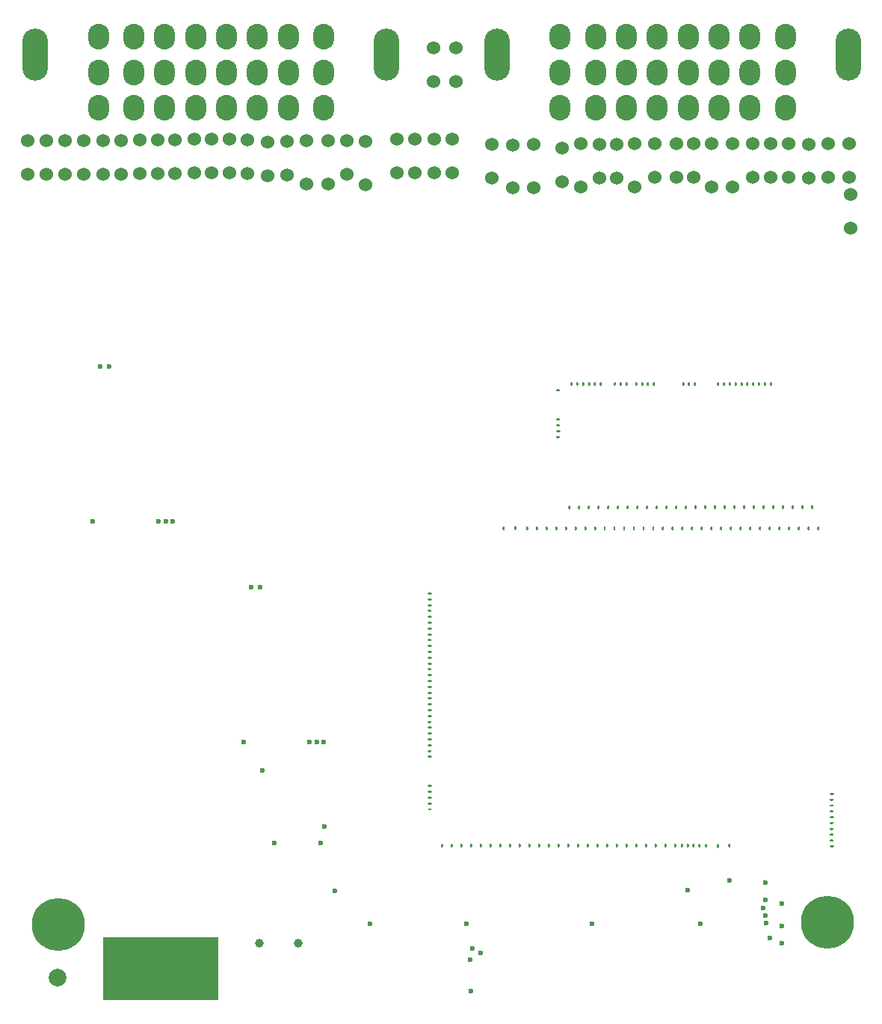
<source format=gbs>
G04 #@! TF.GenerationSoftware,KiCad,Pcbnew,(6.0.1)*
G04 #@! TF.CreationDate,2022-06-10T16:27:29+03:00*
G04 #@! TF.ProjectId,alphax_4ch,616c7068-6178-45f3-9463-682e6b696361,a*
G04 #@! TF.SameCoordinates,PX141f5e0PYa2cace0*
G04 #@! TF.FileFunction,Soldermask,Bot*
G04 #@! TF.FilePolarity,Negative*
%FSLAX46Y46*%
G04 Gerber Fmt 4.6, Leading zero omitted, Abs format (unit mm)*
G04 Created by KiCad (PCBNEW (6.0.1)) date 2022-06-10 16:27:29*
%MOMM*%
%LPD*%
G01*
G04 APERTURE LIST*
%ADD10C,0.120000*%
%ADD11C,0.599999*%
%ADD12C,1.524000*%
%ADD13C,6.000000*%
%ADD14O,2.900000X5.900000*%
%ADD15O,2.400000X2.900000*%
%ADD16C,1.000000*%
%ADD17C,2.000000*%
G04 APERTURE END LIST*
D10*
G04 #@! TO.C,U4*
X9850000Y200000D02*
X9850000Y7200000D01*
X9850000Y7200000D02*
X22850000Y7200000D01*
X22850000Y7200000D02*
X22850000Y200000D01*
X22850000Y200000D02*
X9850000Y200000D01*
G36*
X22850000Y200000D02*
G01*
X9850000Y200000D01*
X9850000Y7200000D01*
X22850000Y7200000D01*
X22850000Y200000D01*
G37*
X22850000Y200000D02*
X9850000Y200000D01*
X9850000Y7200000D01*
X22850000Y7200000D01*
X22850000Y200000D01*
G04 #@! TD*
D11*
G04 #@! TO.C,M4*
X84894889Y11474986D03*
X86729899Y11049978D03*
X84679891Y10499981D03*
X84894886Y9625022D03*
X84969893Y8774999D03*
X86729899Y8449983D03*
X85419899Y7150016D03*
X86729899Y6499999D03*
X80804884Y13675002D03*
X84879890Y13375000D03*
G04 #@! TD*
D12*
G04 #@! TO.C,R8*
X76750000Y93245000D03*
X76750000Y97055000D03*
G04 #@! TD*
D13*
G04 #@! TO.C,J8*
X4803000Y8619000D03*
G04 #@! TD*
D12*
G04 #@! TO.C,R59*
X45200000Y97505000D03*
X45200000Y93695000D03*
G04 #@! TD*
G04 #@! TO.C,R9*
X74800000Y93245000D03*
X74800000Y97055000D03*
G04 #@! TD*
G04 #@! TO.C,R68*
X24200000Y93695000D03*
X24200000Y97505000D03*
G04 #@! TD*
G04 #@! TO.C,F4*
X63950000Y97000000D03*
X63950000Y92100000D03*
G04 #@! TD*
G04 #@! TO.C,R91*
X94580000Y87485000D03*
X94580000Y91295000D03*
G04 #@! TD*
G04 #@! TO.C,M5*
G36*
G01*
X61299998Y63946477D02*
X61549998Y63946477D01*
G75*
G02*
X61674998Y63821477I0J-125000D01*
G01*
X61674998Y63821477D01*
G75*
G02*
X61549998Y63696477I-125000J0D01*
G01*
X61299998Y63696477D01*
G75*
G02*
X61174998Y63821477I0J125000D01*
G01*
X61174998Y63821477D01*
G75*
G02*
X61299998Y63946477I125000J0D01*
G01*
G37*
G36*
G01*
X61299998Y64606478D02*
X61549998Y64606478D01*
G75*
G02*
X61674998Y64481478I0J-125000D01*
G01*
X61674998Y64481478D01*
G75*
G02*
X61549998Y64356478I-125000J0D01*
G01*
X61299998Y64356478D01*
G75*
G02*
X61174998Y64481478I0J125000D01*
G01*
X61174998Y64481478D01*
G75*
G02*
X61299998Y64606478I125000J0D01*
G01*
G37*
G36*
G01*
X61299998Y65266479D02*
X61549998Y65266479D01*
G75*
G02*
X61674998Y65141479I0J-125000D01*
G01*
X61674998Y65141479D01*
G75*
G02*
X61549998Y65016479I-125000J0D01*
G01*
X61299998Y65016479D01*
G75*
G02*
X61174998Y65141479I0J125000D01*
G01*
X61174998Y65141479D01*
G75*
G02*
X61299998Y65266479I125000J0D01*
G01*
G37*
G36*
G01*
X61299998Y65926480D02*
X61549998Y65926480D01*
G75*
G02*
X61674998Y65801480I0J-125000D01*
G01*
X61674998Y65801480D01*
G75*
G02*
X61549998Y65676480I-125000J0D01*
G01*
X61299998Y65676480D01*
G75*
G02*
X61174998Y65801480I0J125000D01*
G01*
X61174998Y65801480D01*
G75*
G02*
X61299998Y65926480I125000J0D01*
G01*
G37*
G36*
G01*
X61299998Y69226487D02*
X61549998Y69226487D01*
G75*
G02*
X61674998Y69101487I0J-125000D01*
G01*
X61674998Y69101487D01*
G75*
G02*
X61549998Y68976487I-125000J0D01*
G01*
X61299998Y68976487D01*
G75*
G02*
X61174998Y69101487I0J125000D01*
G01*
X61174998Y69101487D01*
G75*
G02*
X61299998Y69226487I125000J0D01*
G01*
G37*
G36*
G01*
X90070000Y55727684D02*
X90070000Y55977684D01*
G75*
G02*
X90195000Y56102684I125000J0D01*
G01*
X90195000Y56102684D01*
G75*
G02*
X90320000Y55977684I0J-125000D01*
G01*
X90320000Y55727684D01*
G75*
G02*
X90195000Y55602684I-125000J0D01*
G01*
X90195000Y55602684D01*
G75*
G02*
X90070000Y55727684I0J125000D01*
G01*
G37*
G36*
G01*
X89219996Y55977684D02*
X89219996Y55727684D01*
G75*
G02*
X89094996Y55602684I-125000J0D01*
G01*
X89094996Y55602684D01*
G75*
G02*
X88969996Y55727684I0J125000D01*
G01*
X88969996Y55977684D01*
G75*
G02*
X89094996Y56102684I125000J0D01*
G01*
X89094996Y56102684D01*
G75*
G02*
X89219996Y55977684I0J-125000D01*
G01*
G37*
G36*
G01*
X88119995Y55977684D02*
X88119995Y55727684D01*
G75*
G02*
X87994995Y55602684I-125000J0D01*
G01*
X87994995Y55602684D01*
G75*
G02*
X87869995Y55727684I0J125000D01*
G01*
X87869995Y55977684D01*
G75*
G02*
X87994995Y56102684I125000J0D01*
G01*
X87994995Y56102684D01*
G75*
G02*
X88119995Y55977684I0J-125000D01*
G01*
G37*
G36*
G01*
X87019998Y55977684D02*
X87019998Y55727684D01*
G75*
G02*
X86894998Y55602684I-125000J0D01*
G01*
X86894998Y55602684D01*
G75*
G02*
X86769998Y55727684I0J125000D01*
G01*
X86769998Y55977684D01*
G75*
G02*
X86894998Y56102684I125000J0D01*
G01*
X86894998Y56102684D01*
G75*
G02*
X87019998Y55977684I0J-125000D01*
G01*
G37*
G36*
G01*
X85920000Y55977684D02*
X85920000Y55727684D01*
G75*
G02*
X85795000Y55602684I-125000J0D01*
G01*
X85795000Y55602684D01*
G75*
G02*
X85670000Y55727684I0J125000D01*
G01*
X85670000Y55977684D01*
G75*
G02*
X85795000Y56102684I125000J0D01*
G01*
X85795000Y56102684D01*
G75*
G02*
X85920000Y55977684I0J-125000D01*
G01*
G37*
G36*
G01*
X84820002Y55977684D02*
X84820002Y55727684D01*
G75*
G02*
X84695002Y55602684I-125000J0D01*
G01*
X84695002Y55602684D01*
G75*
G02*
X84570002Y55727684I0J125000D01*
G01*
X84570002Y55977684D01*
G75*
G02*
X84695002Y56102684I125000J0D01*
G01*
X84695002Y56102684D01*
G75*
G02*
X84820002Y55977684I0J-125000D01*
G01*
G37*
G36*
G01*
X83720004Y55977684D02*
X83720004Y55727684D01*
G75*
G02*
X83595004Y55602684I-125000J0D01*
G01*
X83595004Y55602684D01*
G75*
G02*
X83470004Y55727684I0J125000D01*
G01*
X83470004Y55977684D01*
G75*
G02*
X83595004Y56102684I125000J0D01*
G01*
X83595004Y56102684D01*
G75*
G02*
X83720004Y55977684I0J-125000D01*
G01*
G37*
G36*
G01*
X82620006Y55977684D02*
X82620006Y55727684D01*
G75*
G02*
X82495006Y55602684I-125000J0D01*
G01*
X82495006Y55602684D01*
G75*
G02*
X82370006Y55727684I0J125000D01*
G01*
X82370006Y55977684D01*
G75*
G02*
X82495006Y56102684I125000J0D01*
G01*
X82495006Y56102684D01*
G75*
G02*
X82620006Y55977684I0J-125000D01*
G01*
G37*
G36*
G01*
X81520009Y55977684D02*
X81520009Y55727684D01*
G75*
G02*
X81395009Y55602684I-125000J0D01*
G01*
X81395009Y55602684D01*
G75*
G02*
X81270009Y55727684I0J125000D01*
G01*
X81270009Y55977684D01*
G75*
G02*
X81395009Y56102684I125000J0D01*
G01*
X81395009Y56102684D01*
G75*
G02*
X81520009Y55977684I0J-125000D01*
G01*
G37*
G36*
G01*
X80420011Y55977684D02*
X80420011Y55727684D01*
G75*
G02*
X80295011Y55602684I-125000J0D01*
G01*
X80295011Y55602684D01*
G75*
G02*
X80170011Y55727684I0J125000D01*
G01*
X80170011Y55977684D01*
G75*
G02*
X80295011Y56102684I125000J0D01*
G01*
X80295011Y56102684D01*
G75*
G02*
X80420011Y55977684I0J-125000D01*
G01*
G37*
G36*
G01*
X79320013Y55977684D02*
X79320013Y55727684D01*
G75*
G02*
X79195013Y55602684I-125000J0D01*
G01*
X79195013Y55602684D01*
G75*
G02*
X79070013Y55727684I0J125000D01*
G01*
X79070013Y55977684D01*
G75*
G02*
X79195013Y56102684I125000J0D01*
G01*
X79195013Y56102684D01*
G75*
G02*
X79320013Y55977684I0J-125000D01*
G01*
G37*
G36*
G01*
X78220015Y55977684D02*
X78220015Y55727684D01*
G75*
G02*
X78095015Y55602684I-125000J0D01*
G01*
X78095015Y55602684D01*
G75*
G02*
X77970015Y55727684I0J125000D01*
G01*
X77970015Y55977684D01*
G75*
G02*
X78095015Y56102684I125000J0D01*
G01*
X78095015Y56102684D01*
G75*
G02*
X78220015Y55977684I0J-125000D01*
G01*
G37*
G36*
G01*
X77120017Y55977684D02*
X77120017Y55727684D01*
G75*
G02*
X76995017Y55602684I-125000J0D01*
G01*
X76995017Y55602684D01*
G75*
G02*
X76870017Y55727684I0J125000D01*
G01*
X76870017Y55977684D01*
G75*
G02*
X76995017Y56102684I125000J0D01*
G01*
X76995017Y56102684D01*
G75*
G02*
X77120017Y55977684I0J-125000D01*
G01*
G37*
G36*
G01*
X76020020Y55977684D02*
X76020020Y55727684D01*
G75*
G02*
X75895020Y55602684I-125000J0D01*
G01*
X75895020Y55602684D01*
G75*
G02*
X75770020Y55727684I0J125000D01*
G01*
X75770020Y55977684D01*
G75*
G02*
X75895020Y56102684I125000J0D01*
G01*
X75895020Y56102684D01*
G75*
G02*
X76020020Y55977684I0J-125000D01*
G01*
G37*
G36*
G01*
X74920022Y55977684D02*
X74920022Y55727684D01*
G75*
G02*
X74795022Y55602684I-125000J0D01*
G01*
X74795022Y55602684D01*
G75*
G02*
X74670022Y55727684I0J125000D01*
G01*
X74670022Y55977684D01*
G75*
G02*
X74795022Y56102684I125000J0D01*
G01*
X74795022Y56102684D01*
G75*
G02*
X74920022Y55977684I0J-125000D01*
G01*
G37*
G36*
G01*
X73820024Y55977684D02*
X73820024Y55727684D01*
G75*
G02*
X73695024Y55602684I-125000J0D01*
G01*
X73695024Y55602684D01*
G75*
G02*
X73570024Y55727684I0J125000D01*
G01*
X73570024Y55977684D01*
G75*
G02*
X73695024Y56102684I125000J0D01*
G01*
X73695024Y56102684D01*
G75*
G02*
X73820024Y55977684I0J-125000D01*
G01*
G37*
G36*
G01*
X72720026Y55977684D02*
X72720026Y55727684D01*
G75*
G02*
X72595026Y55602684I-125000J0D01*
G01*
X72595026Y55602684D01*
G75*
G02*
X72470026Y55727684I0J125000D01*
G01*
X72470026Y55977684D01*
G75*
G02*
X72595026Y56102684I125000J0D01*
G01*
X72595026Y56102684D01*
G75*
G02*
X72720026Y55977684I0J-125000D01*
G01*
G37*
G36*
G01*
X71620028Y55977684D02*
X71620028Y55727684D01*
G75*
G02*
X71495028Y55602684I-125000J0D01*
G01*
X71495028Y55602684D01*
G75*
G02*
X71370028Y55727684I0J125000D01*
G01*
X71370028Y55977684D01*
G75*
G02*
X71495028Y56102684I125000J0D01*
G01*
X71495028Y56102684D01*
G75*
G02*
X71620028Y55977684I0J-125000D01*
G01*
G37*
G36*
G01*
X70520031Y55977684D02*
X70520031Y55727684D01*
G75*
G02*
X70395031Y55602684I-125000J0D01*
G01*
X70395031Y55602684D01*
G75*
G02*
X70270031Y55727684I0J125000D01*
G01*
X70270031Y55977684D01*
G75*
G02*
X70395031Y56102684I125000J0D01*
G01*
X70395031Y56102684D01*
G75*
G02*
X70520031Y55977684I0J-125000D01*
G01*
G37*
G36*
G01*
X69420033Y55977684D02*
X69420033Y55727684D01*
G75*
G02*
X69295033Y55602684I-125000J0D01*
G01*
X69295033Y55602684D01*
G75*
G02*
X69170033Y55727684I0J125000D01*
G01*
X69170033Y55977684D01*
G75*
G02*
X69295033Y56102684I125000J0D01*
G01*
X69295033Y56102684D01*
G75*
G02*
X69420033Y55977684I0J-125000D01*
G01*
G37*
G36*
G01*
X68320035Y55977684D02*
X68320035Y55727684D01*
G75*
G02*
X68195035Y55602684I-125000J0D01*
G01*
X68195035Y55602684D01*
G75*
G02*
X68070035Y55727684I0J125000D01*
G01*
X68070035Y55977684D01*
G75*
G02*
X68195035Y56102684I125000J0D01*
G01*
X68195035Y56102684D01*
G75*
G02*
X68320035Y55977684I0J-125000D01*
G01*
G37*
G36*
G01*
X67220037Y55977684D02*
X67220037Y55727684D01*
G75*
G02*
X67095037Y55602684I-125000J0D01*
G01*
X67095037Y55602684D01*
G75*
G02*
X66970037Y55727684I0J125000D01*
G01*
X66970037Y55977684D01*
G75*
G02*
X67095037Y56102684I125000J0D01*
G01*
X67095037Y56102684D01*
G75*
G02*
X67220037Y55977684I0J-125000D01*
G01*
G37*
G36*
G01*
X66120039Y55977684D02*
X66120039Y55727684D01*
G75*
G02*
X65995039Y55602684I-125000J0D01*
G01*
X65995039Y55602684D01*
G75*
G02*
X65870039Y55727684I0J125000D01*
G01*
X65870039Y55977684D01*
G75*
G02*
X65995039Y56102684I125000J0D01*
G01*
X65995039Y56102684D01*
G75*
G02*
X66120039Y55977684I0J-125000D01*
G01*
G37*
G36*
G01*
X65020042Y55977684D02*
X65020042Y55727684D01*
G75*
G02*
X64895042Y55602684I-125000J0D01*
G01*
X64895042Y55602684D01*
G75*
G02*
X64770042Y55727684I0J125000D01*
G01*
X64770042Y55977684D01*
G75*
G02*
X64895042Y56102684I125000J0D01*
G01*
X64895042Y56102684D01*
G75*
G02*
X65020042Y55977684I0J-125000D01*
G01*
G37*
G36*
G01*
X63920044Y55977684D02*
X63920044Y55727684D01*
G75*
G02*
X63795044Y55602684I-125000J0D01*
G01*
X63795044Y55602684D01*
G75*
G02*
X63670044Y55727684I0J125000D01*
G01*
X63670044Y55977684D01*
G75*
G02*
X63795044Y56102684I125000J0D01*
G01*
X63795044Y56102684D01*
G75*
G02*
X63920044Y55977684I0J-125000D01*
G01*
G37*
G36*
G01*
X62820046Y55977684D02*
X62820046Y55727684D01*
G75*
G02*
X62695046Y55602684I-125000J0D01*
G01*
X62695046Y55602684D01*
G75*
G02*
X62570046Y55727684I0J125000D01*
G01*
X62570046Y55977684D01*
G75*
G02*
X62695046Y56102684I125000J0D01*
G01*
X62695046Y56102684D01*
G75*
G02*
X62820046Y55977684I0J-125000D01*
G01*
G37*
G36*
G01*
X63070990Y69939683D02*
X63070990Y69689683D01*
G75*
G02*
X62945990Y69564683I-125000J0D01*
G01*
X62945990Y69564683D01*
G75*
G02*
X62820990Y69689683I0J125000D01*
G01*
X62820990Y69939683D01*
G75*
G02*
X62945990Y70064683I125000J0D01*
G01*
X62945990Y70064683D01*
G75*
G02*
X63070990Y69939683I0J-125000D01*
G01*
G37*
G36*
G01*
X63730992Y69939683D02*
X63730992Y69689683D01*
G75*
G02*
X63605992Y69564683I-125000J0D01*
G01*
X63605992Y69564683D01*
G75*
G02*
X63480992Y69689683I0J125000D01*
G01*
X63480992Y69939683D01*
G75*
G02*
X63605992Y70064683I125000J0D01*
G01*
X63605992Y70064683D01*
G75*
G02*
X63730992Y69939683I0J-125000D01*
G01*
G37*
G36*
G01*
X64390993Y69939683D02*
X64390993Y69689683D01*
G75*
G02*
X64265993Y69564683I-125000J0D01*
G01*
X64265993Y69564683D01*
G75*
G02*
X64140993Y69689683I0J125000D01*
G01*
X64140993Y69939683D01*
G75*
G02*
X64265993Y70064683I125000J0D01*
G01*
X64265993Y70064683D01*
G75*
G02*
X64390993Y69939683I0J-125000D01*
G01*
G37*
G36*
G01*
X65050994Y69939683D02*
X65050994Y69689683D01*
G75*
G02*
X64925994Y69564683I-125000J0D01*
G01*
X64925994Y69564683D01*
G75*
G02*
X64800994Y69689683I0J125000D01*
G01*
X64800994Y69939683D01*
G75*
G02*
X64925994Y70064683I125000J0D01*
G01*
X64925994Y70064683D01*
G75*
G02*
X65050994Y69939683I0J-125000D01*
G01*
G37*
G36*
G01*
X65710995Y69939683D02*
X65710995Y69689683D01*
G75*
G02*
X65585995Y69564683I-125000J0D01*
G01*
X65585995Y69564683D01*
G75*
G02*
X65460995Y69689683I0J125000D01*
G01*
X65460995Y69939683D01*
G75*
G02*
X65585995Y70064683I125000J0D01*
G01*
X65585995Y70064683D01*
G75*
G02*
X65710995Y69939683I0J-125000D01*
G01*
G37*
G36*
G01*
X66370997Y69939683D02*
X66370997Y69689683D01*
G75*
G02*
X66245997Y69564683I-125000J0D01*
G01*
X66245997Y69564683D01*
G75*
G02*
X66120997Y69689683I0J125000D01*
G01*
X66120997Y69939683D01*
G75*
G02*
X66245997Y70064683I125000J0D01*
G01*
X66245997Y70064683D01*
G75*
G02*
X66370997Y69939683I0J-125000D01*
G01*
G37*
G36*
G01*
X67971994Y69939683D02*
X67971994Y69689683D01*
G75*
G02*
X67846994Y69564683I-125000J0D01*
G01*
X67846994Y69564683D01*
G75*
G02*
X67721994Y69689683I0J125000D01*
G01*
X67721994Y69939683D01*
G75*
G02*
X67846994Y70064683I125000J0D01*
G01*
X67846994Y70064683D01*
G75*
G02*
X67971994Y69939683I0J-125000D01*
G01*
G37*
G36*
G01*
X68631995Y69939683D02*
X68631995Y69689683D01*
G75*
G02*
X68506995Y69564683I-125000J0D01*
G01*
X68506995Y69564683D01*
G75*
G02*
X68381995Y69689683I0J125000D01*
G01*
X68381995Y69939683D01*
G75*
G02*
X68506995Y70064683I125000J0D01*
G01*
X68506995Y70064683D01*
G75*
G02*
X68631995Y69939683I0J-125000D01*
G01*
G37*
G36*
G01*
X69291997Y69939683D02*
X69291997Y69689683D01*
G75*
G02*
X69166997Y69564683I-125000J0D01*
G01*
X69166997Y69564683D01*
G75*
G02*
X69041997Y69689683I0J125000D01*
G01*
X69041997Y69939683D01*
G75*
G02*
X69166997Y70064683I125000J0D01*
G01*
X69166997Y70064683D01*
G75*
G02*
X69291997Y69939683I0J-125000D01*
G01*
G37*
G36*
G01*
X70412896Y69939683D02*
X70412896Y69689683D01*
G75*
G02*
X70287896Y69564683I-125000J0D01*
G01*
X70287896Y69564683D01*
G75*
G02*
X70162896Y69689683I0J125000D01*
G01*
X70162896Y69939683D01*
G75*
G02*
X70287896Y70064683I125000J0D01*
G01*
X70287896Y70064683D01*
G75*
G02*
X70412896Y69939683I0J-125000D01*
G01*
G37*
G36*
G01*
X71072897Y69939683D02*
X71072897Y69689683D01*
G75*
G02*
X70947897Y69564683I-125000J0D01*
G01*
X70947897Y69564683D01*
G75*
G02*
X70822897Y69689683I0J125000D01*
G01*
X70822897Y69939683D01*
G75*
G02*
X70947897Y70064683I125000J0D01*
G01*
X70947897Y70064683D01*
G75*
G02*
X71072897Y69939683I0J-125000D01*
G01*
G37*
G36*
G01*
X71732898Y69939683D02*
X71732898Y69689683D01*
G75*
G02*
X71607898Y69564683I-125000J0D01*
G01*
X71607898Y69564683D01*
G75*
G02*
X71482898Y69689683I0J125000D01*
G01*
X71482898Y69939683D01*
G75*
G02*
X71607898Y70064683I125000J0D01*
G01*
X71607898Y70064683D01*
G75*
G02*
X71732898Y69939683I0J-125000D01*
G01*
G37*
G36*
G01*
X72392900Y69939683D02*
X72392900Y69689683D01*
G75*
G02*
X72267900Y69564683I-125000J0D01*
G01*
X72267900Y69564683D01*
G75*
G02*
X72142900Y69689683I0J125000D01*
G01*
X72142900Y69939683D01*
G75*
G02*
X72267900Y70064683I125000J0D01*
G01*
X72267900Y70064683D01*
G75*
G02*
X72392900Y69939683I0J-125000D01*
G01*
G37*
G36*
G01*
X75718994Y69939683D02*
X75718994Y69689683D01*
G75*
G02*
X75593994Y69564683I-125000J0D01*
G01*
X75593994Y69564683D01*
G75*
G02*
X75468994Y69689683I0J125000D01*
G01*
X75468994Y69939683D01*
G75*
G02*
X75593994Y70064683I125000J0D01*
G01*
X75593994Y70064683D01*
G75*
G02*
X75718994Y69939683I0J-125000D01*
G01*
G37*
G36*
G01*
X76378995Y69939683D02*
X76378995Y69689683D01*
G75*
G02*
X76253995Y69564683I-125000J0D01*
G01*
X76253995Y69564683D01*
G75*
G02*
X76128995Y69689683I0J125000D01*
G01*
X76128995Y69939683D01*
G75*
G02*
X76253995Y70064683I125000J0D01*
G01*
X76253995Y70064683D01*
G75*
G02*
X76378995Y69939683I0J-125000D01*
G01*
G37*
G36*
G01*
X77038997Y69939683D02*
X77038997Y69689683D01*
G75*
G02*
X76913997Y69564683I-125000J0D01*
G01*
X76913997Y69564683D01*
G75*
G02*
X76788997Y69689683I0J125000D01*
G01*
X76788997Y69939683D01*
G75*
G02*
X76913997Y70064683I125000J0D01*
G01*
X76913997Y70064683D01*
G75*
G02*
X77038997Y69939683I0J-125000D01*
G01*
G37*
G36*
G01*
X79684988Y69939683D02*
X79684988Y69689683D01*
G75*
G02*
X79559988Y69564683I-125000J0D01*
G01*
X79559988Y69564683D01*
G75*
G02*
X79434988Y69689683I0J125000D01*
G01*
X79434988Y69939683D01*
G75*
G02*
X79559988Y70064683I125000J0D01*
G01*
X79559988Y70064683D01*
G75*
G02*
X79684988Y69939683I0J-125000D01*
G01*
G37*
G36*
G01*
X80344989Y69939683D02*
X80344989Y69689683D01*
G75*
G02*
X80219989Y69564683I-125000J0D01*
G01*
X80219989Y69564683D01*
G75*
G02*
X80094989Y69689683I0J125000D01*
G01*
X80094989Y69939683D01*
G75*
G02*
X80219989Y70064683I125000J0D01*
G01*
X80219989Y70064683D01*
G75*
G02*
X80344989Y69939683I0J-125000D01*
G01*
G37*
G36*
G01*
X81004991Y69939683D02*
X81004991Y69689683D01*
G75*
G02*
X80879991Y69564683I-125000J0D01*
G01*
X80879991Y69564683D01*
G75*
G02*
X80754991Y69689683I0J125000D01*
G01*
X80754991Y69939683D01*
G75*
G02*
X80879991Y70064683I125000J0D01*
G01*
X80879991Y70064683D01*
G75*
G02*
X81004991Y69939683I0J-125000D01*
G01*
G37*
G36*
G01*
X81664992Y69939683D02*
X81664992Y69689683D01*
G75*
G02*
X81539992Y69564683I-125000J0D01*
G01*
X81539992Y69564683D01*
G75*
G02*
X81414992Y69689683I0J125000D01*
G01*
X81414992Y69939683D01*
G75*
G02*
X81539992Y70064683I125000J0D01*
G01*
X81539992Y70064683D01*
G75*
G02*
X81664992Y69939683I0J-125000D01*
G01*
G37*
G36*
G01*
X82324993Y69939683D02*
X82324993Y69689683D01*
G75*
G02*
X82199993Y69564683I-125000J0D01*
G01*
X82199993Y69564683D01*
G75*
G02*
X82074993Y69689683I0J125000D01*
G01*
X82074993Y69939683D01*
G75*
G02*
X82199993Y70064683I125000J0D01*
G01*
X82199993Y70064683D01*
G75*
G02*
X82324993Y69939683I0J-125000D01*
G01*
G37*
G36*
G01*
X82984994Y69939683D02*
X82984994Y69689683D01*
G75*
G02*
X82859994Y69564683I-125000J0D01*
G01*
X82859994Y69564683D01*
G75*
G02*
X82734994Y69689683I0J125000D01*
G01*
X82734994Y69939683D01*
G75*
G02*
X82859994Y70064683I125000J0D01*
G01*
X82859994Y70064683D01*
G75*
G02*
X82984994Y69939683I0J-125000D01*
G01*
G37*
G36*
G01*
X83644996Y69939683D02*
X83644996Y69689683D01*
G75*
G02*
X83519996Y69564683I-125000J0D01*
G01*
X83519996Y69564683D01*
G75*
G02*
X83394996Y69689683I0J125000D01*
G01*
X83394996Y69939683D01*
G75*
G02*
X83519996Y70064683I125000J0D01*
G01*
X83519996Y70064683D01*
G75*
G02*
X83644996Y69939683I0J-125000D01*
G01*
G37*
G36*
G01*
X84304997Y69939683D02*
X84304997Y69689683D01*
G75*
G02*
X84179997Y69564683I-125000J0D01*
G01*
X84179997Y69564683D01*
G75*
G02*
X84054997Y69689683I0J125000D01*
G01*
X84054997Y69939683D01*
G75*
G02*
X84179997Y70064683I125000J0D01*
G01*
X84179997Y70064683D01*
G75*
G02*
X84304997Y69939683I0J-125000D01*
G01*
G37*
G36*
G01*
X84964998Y69939683D02*
X84964998Y69689683D01*
G75*
G02*
X84839998Y69564683I-125000J0D01*
G01*
X84839998Y69564683D01*
G75*
G02*
X84714998Y69689683I0J125000D01*
G01*
X84714998Y69939683D01*
G75*
G02*
X84839998Y70064683I125000J0D01*
G01*
X84839998Y70064683D01*
G75*
G02*
X84964998Y69939683I0J-125000D01*
G01*
G37*
G36*
G01*
X85625000Y69939683D02*
X85625000Y69689683D01*
G75*
G02*
X85500000Y69564683I-125000J0D01*
G01*
X85500000Y69564683D01*
G75*
G02*
X85375000Y69689683I0J125000D01*
G01*
X85375000Y69939683D01*
G75*
G02*
X85500000Y70064683I125000J0D01*
G01*
X85500000Y70064683D01*
G75*
G02*
X85625000Y69939683I0J-125000D01*
G01*
G37*
G04 #@! TD*
D14*
G04 #@! TO.C,P2*
X42000000Y107100000D03*
X2200000Y107100000D03*
D15*
X9350000Y101100000D03*
X13350000Y101100000D03*
X16850000Y101100000D03*
X20350000Y101100000D03*
X23850000Y101100000D03*
X27350000Y101100000D03*
X30850000Y101100000D03*
X34850000Y101100000D03*
X9350000Y105100000D03*
X13350000Y105100000D03*
X16850000Y105100000D03*
X20350000Y105100000D03*
X23850000Y105100000D03*
X27350000Y105100000D03*
X30850000Y105100000D03*
X34850000Y105100000D03*
X9350000Y109100000D03*
X13350000Y109100000D03*
X16850000Y109100000D03*
X20350000Y109100000D03*
X23850000Y109100000D03*
X27350000Y109100000D03*
X30850000Y109100000D03*
X34850000Y109100000D03*
G04 #@! TD*
D12*
G04 #@! TO.C,R11*
X47350000Y104095000D03*
X47350000Y107905000D03*
G04 #@! TD*
G04 #@! TO.C,R6*
X92050000Y93195000D03*
X92050000Y97005000D03*
G04 #@! TD*
G04 #@! TO.C,R60*
X43200000Y93695000D03*
X43200000Y97505000D03*
G04 #@! TD*
D16*
G04 #@! TO.C,J1*
X32000000Y6500000D03*
X27600000Y6500000D03*
G04 #@! TD*
D12*
G04 #@! TO.C,R66*
X3450000Y93561701D03*
X3450000Y97371701D03*
G04 #@! TD*
G04 #@! TO.C,R17*
X68050000Y93145000D03*
X68050000Y96955000D03*
G04 #@! TD*
G04 #@! TO.C,R63*
X22200000Y93695000D03*
X22200000Y97505000D03*
G04 #@! TD*
G04 #@! TO.C,R16*
X72350000Y93195000D03*
X72350000Y97005000D03*
G04 #@! TD*
G04 #@! TO.C,R70*
X11950000Y93595000D03*
X11950000Y97405000D03*
G04 #@! TD*
D11*
G04 #@! TO.C,M7*
X51750003Y5925001D03*
X52625005Y5400001D03*
X51450001Y4650003D03*
X51525004Y1100002D03*
G04 #@! TD*
G04 #@! TO.C,M1*
X27937888Y26083984D03*
X29262892Y17858984D03*
X34495386Y17876489D03*
X34987892Y19758985D03*
X36112878Y12408992D03*
G04 #@! TD*
G04 #@! TO.C,M3*
X25775000Y29300000D03*
X33275000Y29300000D03*
X34075000Y29300000D03*
X34875000Y29300000D03*
X27675000Y46825000D03*
X26675000Y46825000D03*
G04 #@! TD*
D12*
G04 #@! TO.C,R10*
X66100000Y93145000D03*
X66100000Y96955000D03*
G04 #@! TD*
G04 #@! TO.C,R62*
X28500000Y93395000D03*
X28500000Y97205000D03*
G04 #@! TD*
G04 #@! TO.C,R65*
X9850000Y93595000D03*
X9850000Y97405000D03*
G04 #@! TD*
G04 #@! TO.C,F7*
X32900000Y97399979D03*
X32900000Y92499979D03*
G04 #@! TD*
G04 #@! TO.C,R58*
X1347390Y93561701D03*
X1347390Y97371701D03*
G04 #@! TD*
G04 #@! TO.C,R56*
X14000000Y93645000D03*
X14000000Y97455000D03*
G04 #@! TD*
G04 #@! TO.C,R19*
X53950000Y93145000D03*
X53950000Y96955000D03*
G04 #@! TD*
G04 #@! TO.C,R67*
X26250000Y93645000D03*
X26250000Y97455000D03*
G04 #@! TD*
G04 #@! TO.C,F1*
X81196000Y96995000D03*
X81196000Y92095000D03*
G04 #@! TD*
G04 #@! TO.C,R14*
X89800000Y96955000D03*
X89800000Y93145000D03*
G04 #@! TD*
G04 #@! TO.C,R64*
X16050000Y93645000D03*
X16050000Y97455000D03*
G04 #@! TD*
G04 #@! TO.C,F3*
X70100000Y97000000D03*
X70100000Y92100000D03*
G04 #@! TD*
G04 #@! TO.C,R71*
X5600000Y93545000D03*
X5600000Y97355000D03*
G04 #@! TD*
G04 #@! TO.C,R61*
X30700000Y93445000D03*
X30700000Y97255000D03*
G04 #@! TD*
D13*
G04 #@! TO.C,J7*
X91948000Y8873000D03*
G04 #@! TD*
D12*
G04 #@! TO.C,R69*
X18050000Y93645000D03*
X18050000Y97455000D03*
G04 #@! TD*
G04 #@! TO.C,R55*
X20200000Y93695000D03*
X20200000Y97505000D03*
G04 #@! TD*
G04 #@! TO.C,F8*
X39600000Y97299979D03*
X39600000Y92399979D03*
G04 #@! TD*
G04 #@! TO.C,R54*
X37450000Y93595000D03*
X37450000Y97405000D03*
G04 #@! TD*
G04 #@! TO.C,R52*
X47400000Y93695000D03*
X47400000Y97505000D03*
G04 #@! TD*
G04 #@! TO.C,M6*
G36*
G01*
X46760503Y21803625D02*
X47010503Y21803625D01*
G75*
G02*
X47135503Y21678625I0J-125000D01*
G01*
X47135503Y21678625D01*
G75*
G02*
X47010503Y21553625I-125000J0D01*
G01*
X46760503Y21553625D01*
G75*
G02*
X46635503Y21678625I0J125000D01*
G01*
X46635503Y21678625D01*
G75*
G02*
X46760503Y21803625I125000J0D01*
G01*
G37*
G36*
G01*
X47010503Y22213623D02*
X46760503Y22213623D01*
G75*
G02*
X46635503Y22338623I0J125000D01*
G01*
X46635503Y22338623D01*
G75*
G02*
X46760503Y22463623I125000J0D01*
G01*
X47010503Y22463623D01*
G75*
G02*
X47135503Y22338623I0J-125000D01*
G01*
X47135503Y22338623D01*
G75*
G02*
X47010503Y22213623I-125000J0D01*
G01*
G37*
G36*
G01*
X47010503Y22873628D02*
X46760503Y22873628D01*
G75*
G02*
X46635503Y22998628I0J125000D01*
G01*
X46635503Y22998628D01*
G75*
G02*
X46760503Y23123628I125000J0D01*
G01*
X47010503Y23123628D01*
G75*
G02*
X47135503Y22998628I0J-125000D01*
G01*
X47135503Y22998628D01*
G75*
G02*
X47010503Y22873628I-125000J0D01*
G01*
G37*
G36*
G01*
X47010503Y23533623D02*
X46760503Y23533623D01*
G75*
G02*
X46635503Y23658623I0J125000D01*
G01*
X46635503Y23658623D01*
G75*
G02*
X46760503Y23783623I125000J0D01*
G01*
X47010503Y23783623D01*
G75*
G02*
X47135503Y23658623I0J-125000D01*
G01*
X47135503Y23658623D01*
G75*
G02*
X47010503Y23533623I-125000J0D01*
G01*
G37*
G36*
G01*
X47010503Y24193625D02*
X46760503Y24193625D01*
G75*
G02*
X46635503Y24318625I0J125000D01*
G01*
X46635503Y24318625D01*
G75*
G02*
X46760503Y24443625I125000J0D01*
G01*
X47010503Y24443625D01*
G75*
G02*
X47135503Y24318625I0J-125000D01*
G01*
X47135503Y24318625D01*
G75*
G02*
X47010503Y24193625I-125000J0D01*
G01*
G37*
G36*
G01*
X47010503Y27493626D02*
X46760503Y27493626D01*
G75*
G02*
X46635503Y27618626I0J125000D01*
G01*
X46635503Y27618626D01*
G75*
G02*
X46760503Y27743626I125000J0D01*
G01*
X47010503Y27743626D01*
G75*
G02*
X47135503Y27618626I0J-125000D01*
G01*
X47135503Y27618626D01*
G75*
G02*
X47010503Y27493626I-125000J0D01*
G01*
G37*
G36*
G01*
X47010503Y28153627D02*
X46760503Y28153627D01*
G75*
G02*
X46635503Y28278627I0J125000D01*
G01*
X46635503Y28278627D01*
G75*
G02*
X46760503Y28403627I125000J0D01*
G01*
X47010503Y28403627D01*
G75*
G02*
X47135503Y28278627I0J-125000D01*
G01*
X47135503Y28278627D01*
G75*
G02*
X47010503Y28153627I-125000J0D01*
G01*
G37*
G36*
G01*
X47010503Y28813629D02*
X46760503Y28813629D01*
G75*
G02*
X46635503Y28938629I0J125000D01*
G01*
X46635503Y28938629D01*
G75*
G02*
X46760503Y29063629I125000J0D01*
G01*
X47010503Y29063629D01*
G75*
G02*
X47135503Y28938629I0J-125000D01*
G01*
X47135503Y28938629D01*
G75*
G02*
X47010503Y28813629I-125000J0D01*
G01*
G37*
G36*
G01*
X47010503Y29473627D02*
X46760503Y29473627D01*
G75*
G02*
X46635503Y29598627I0J125000D01*
G01*
X46635503Y29598627D01*
G75*
G02*
X46760503Y29723627I125000J0D01*
G01*
X47010503Y29723627D01*
G75*
G02*
X47135503Y29598627I0J-125000D01*
G01*
X47135503Y29598627D01*
G75*
G02*
X47010503Y29473627I-125000J0D01*
G01*
G37*
G36*
G01*
X47010503Y30133629D02*
X46760503Y30133629D01*
G75*
G02*
X46635503Y30258629I0J125000D01*
G01*
X46635503Y30258629D01*
G75*
G02*
X46760503Y30383629I125000J0D01*
G01*
X47010503Y30383629D01*
G75*
G02*
X47135503Y30258629I0J-125000D01*
G01*
X47135503Y30258629D01*
G75*
G02*
X47010503Y30133629I-125000J0D01*
G01*
G37*
G36*
G01*
X47010503Y30793627D02*
X46760503Y30793627D01*
G75*
G02*
X46635503Y30918627I0J125000D01*
G01*
X46635503Y30918627D01*
G75*
G02*
X46760503Y31043627I125000J0D01*
G01*
X47010503Y31043627D01*
G75*
G02*
X47135503Y30918627I0J-125000D01*
G01*
X47135503Y30918627D01*
G75*
G02*
X47010503Y30793627I-125000J0D01*
G01*
G37*
G36*
G01*
X47010503Y31453628D02*
X46760503Y31453628D01*
G75*
G02*
X46635503Y31578628I0J125000D01*
G01*
X46635503Y31578628D01*
G75*
G02*
X46760503Y31703628I125000J0D01*
G01*
X47010503Y31703628D01*
G75*
G02*
X47135503Y31578628I0J-125000D01*
G01*
X47135503Y31578628D01*
G75*
G02*
X47010503Y31453628I-125000J0D01*
G01*
G37*
G36*
G01*
X47010503Y32113627D02*
X46760503Y32113627D01*
G75*
G02*
X46635503Y32238627I0J125000D01*
G01*
X46635503Y32238627D01*
G75*
G02*
X46760503Y32363627I125000J0D01*
G01*
X47010503Y32363627D01*
G75*
G02*
X47135503Y32238627I0J-125000D01*
G01*
X47135503Y32238627D01*
G75*
G02*
X47010503Y32113627I-125000J0D01*
G01*
G37*
G36*
G01*
X47010503Y32773628D02*
X46760503Y32773628D01*
G75*
G02*
X46635503Y32898628I0J125000D01*
G01*
X46635503Y32898628D01*
G75*
G02*
X46760503Y33023628I125000J0D01*
G01*
X47010503Y33023628D01*
G75*
G02*
X47135503Y32898628I0J-125000D01*
G01*
X47135503Y32898628D01*
G75*
G02*
X47010503Y32773628I-125000J0D01*
G01*
G37*
G36*
G01*
X47010503Y33433627D02*
X46760503Y33433627D01*
G75*
G02*
X46635503Y33558627I0J125000D01*
G01*
X46635503Y33558627D01*
G75*
G02*
X46760503Y33683627I125000J0D01*
G01*
X47010503Y33683627D01*
G75*
G02*
X47135503Y33558627I0J-125000D01*
G01*
X47135503Y33558627D01*
G75*
G02*
X47010503Y33433627I-125000J0D01*
G01*
G37*
G36*
G01*
X47010503Y34093628D02*
X46760503Y34093628D01*
G75*
G02*
X46635503Y34218628I0J125000D01*
G01*
X46635503Y34218628D01*
G75*
G02*
X46760503Y34343628I125000J0D01*
G01*
X47010503Y34343628D01*
G75*
G02*
X47135503Y34218628I0J-125000D01*
G01*
X47135503Y34218628D01*
G75*
G02*
X47010503Y34093628I-125000J0D01*
G01*
G37*
G36*
G01*
X47010503Y34753627D02*
X46760503Y34753627D01*
G75*
G02*
X46635503Y34878627I0J125000D01*
G01*
X46635503Y34878627D01*
G75*
G02*
X46760503Y35003627I125000J0D01*
G01*
X47010503Y35003627D01*
G75*
G02*
X47135503Y34878627I0J-125000D01*
G01*
X47135503Y34878627D01*
G75*
G02*
X47010503Y34753627I-125000J0D01*
G01*
G37*
G36*
G01*
X47010503Y35413628D02*
X46760503Y35413628D01*
G75*
G02*
X46635503Y35538628I0J125000D01*
G01*
X46635503Y35538628D01*
G75*
G02*
X46760503Y35663628I125000J0D01*
G01*
X47010503Y35663628D01*
G75*
G02*
X47135503Y35538628I0J-125000D01*
G01*
X47135503Y35538628D01*
G75*
G02*
X47010503Y35413628I-125000J0D01*
G01*
G37*
G36*
G01*
X47010503Y36073627D02*
X46760503Y36073627D01*
G75*
G02*
X46635503Y36198627I0J125000D01*
G01*
X46635503Y36198627D01*
G75*
G02*
X46760503Y36323627I125000J0D01*
G01*
X47010503Y36323627D01*
G75*
G02*
X47135503Y36198627I0J-125000D01*
G01*
X47135503Y36198627D01*
G75*
G02*
X47010503Y36073627I-125000J0D01*
G01*
G37*
G36*
G01*
X47010503Y36733628D02*
X46760503Y36733628D01*
G75*
G02*
X46635503Y36858628I0J125000D01*
G01*
X46635503Y36858628D01*
G75*
G02*
X46760503Y36983628I125000J0D01*
G01*
X47010503Y36983628D01*
G75*
G02*
X47135503Y36858628I0J-125000D01*
G01*
X47135503Y36858628D01*
G75*
G02*
X47010503Y36733628I-125000J0D01*
G01*
G37*
G36*
G01*
X47010503Y37393627D02*
X46760503Y37393627D01*
G75*
G02*
X46635503Y37518627I0J125000D01*
G01*
X46635503Y37518627D01*
G75*
G02*
X46760503Y37643627I125000J0D01*
G01*
X47010503Y37643627D01*
G75*
G02*
X47135503Y37518627I0J-125000D01*
G01*
X47135503Y37518627D01*
G75*
G02*
X47010503Y37393627I-125000J0D01*
G01*
G37*
G36*
G01*
X47010503Y38053628D02*
X46760503Y38053628D01*
G75*
G02*
X46635503Y38178628I0J125000D01*
G01*
X46635503Y38178628D01*
G75*
G02*
X46760503Y38303628I125000J0D01*
G01*
X47010503Y38303628D01*
G75*
G02*
X47135503Y38178628I0J-125000D01*
G01*
X47135503Y38178628D01*
G75*
G02*
X47010503Y38053628I-125000J0D01*
G01*
G37*
G36*
G01*
X47010503Y38713627D02*
X46760503Y38713627D01*
G75*
G02*
X46635503Y38838627I0J125000D01*
G01*
X46635503Y38838627D01*
G75*
G02*
X46760503Y38963627I125000J0D01*
G01*
X47010503Y38963627D01*
G75*
G02*
X47135503Y38838627I0J-125000D01*
G01*
X47135503Y38838627D01*
G75*
G02*
X47010503Y38713627I-125000J0D01*
G01*
G37*
G36*
G01*
X47010503Y39373628D02*
X46760503Y39373628D01*
G75*
G02*
X46635503Y39498628I0J125000D01*
G01*
X46635503Y39498628D01*
G75*
G02*
X46760503Y39623628I125000J0D01*
G01*
X47010503Y39623628D01*
G75*
G02*
X47135503Y39498628I0J-125000D01*
G01*
X47135503Y39498628D01*
G75*
G02*
X47010503Y39373628I-125000J0D01*
G01*
G37*
G36*
G01*
X47010503Y40033627D02*
X46760503Y40033627D01*
G75*
G02*
X46635503Y40158627I0J125000D01*
G01*
X46635503Y40158627D01*
G75*
G02*
X46760503Y40283627I125000J0D01*
G01*
X47010503Y40283627D01*
G75*
G02*
X47135503Y40158627I0J-125000D01*
G01*
X47135503Y40158627D01*
G75*
G02*
X47010503Y40033627I-125000J0D01*
G01*
G37*
G36*
G01*
X47010503Y40693628D02*
X46760503Y40693628D01*
G75*
G02*
X46635503Y40818628I0J125000D01*
G01*
X46635503Y40818628D01*
G75*
G02*
X46760503Y40943628I125000J0D01*
G01*
X47010503Y40943628D01*
G75*
G02*
X47135503Y40818628I0J-125000D01*
G01*
X47135503Y40818628D01*
G75*
G02*
X47010503Y40693628I-125000J0D01*
G01*
G37*
G36*
G01*
X47010503Y41353626D02*
X46760503Y41353626D01*
G75*
G02*
X46635503Y41478626I0J125000D01*
G01*
X46635503Y41478626D01*
G75*
G02*
X46760503Y41603626I125000J0D01*
G01*
X47010503Y41603626D01*
G75*
G02*
X47135503Y41478626I0J-125000D01*
G01*
X47135503Y41478626D01*
G75*
G02*
X47010503Y41353626I-125000J0D01*
G01*
G37*
G36*
G01*
X47010503Y42013628D02*
X46760503Y42013628D01*
G75*
G02*
X46635503Y42138628I0J125000D01*
G01*
X46635503Y42138628D01*
G75*
G02*
X46760503Y42263628I125000J0D01*
G01*
X47010503Y42263628D01*
G75*
G02*
X47135503Y42138628I0J-125000D01*
G01*
X47135503Y42138628D01*
G75*
G02*
X47010503Y42013628I-125000J0D01*
G01*
G37*
G36*
G01*
X47010503Y42673626D02*
X46760503Y42673626D01*
G75*
G02*
X46635503Y42798626I0J125000D01*
G01*
X46635503Y42798626D01*
G75*
G02*
X46760503Y42923626I125000J0D01*
G01*
X47010503Y42923626D01*
G75*
G02*
X47135503Y42798626I0J-125000D01*
G01*
X47135503Y42798626D01*
G75*
G02*
X47010503Y42673626I-125000J0D01*
G01*
G37*
G36*
G01*
X47010503Y43333628D02*
X46760503Y43333628D01*
G75*
G02*
X46635503Y43458628I0J125000D01*
G01*
X46635503Y43458628D01*
G75*
G02*
X46760503Y43583628I125000J0D01*
G01*
X47010503Y43583628D01*
G75*
G02*
X47135503Y43458628I0J-125000D01*
G01*
X47135503Y43458628D01*
G75*
G02*
X47010503Y43333628I-125000J0D01*
G01*
G37*
G36*
G01*
X47010503Y43993626D02*
X46760503Y43993626D01*
G75*
G02*
X46635503Y44118626I0J125000D01*
G01*
X46635503Y44118626D01*
G75*
G02*
X46760503Y44243626I125000J0D01*
G01*
X47010503Y44243626D01*
G75*
G02*
X47135503Y44118626I0J-125000D01*
G01*
X47135503Y44118626D01*
G75*
G02*
X47010503Y43993626I-125000J0D01*
G01*
G37*
G36*
G01*
X47010503Y44653627D02*
X46760503Y44653627D01*
G75*
G02*
X46635503Y44778627I0J125000D01*
G01*
X46635503Y44778627D01*
G75*
G02*
X46760503Y44903627I125000J0D01*
G01*
X47010503Y44903627D01*
G75*
G02*
X47135503Y44778627I0J-125000D01*
G01*
X47135503Y44778627D01*
G75*
G02*
X47010503Y44653627I-125000J0D01*
G01*
G37*
G36*
G01*
X47010503Y45313626D02*
X46760503Y45313626D01*
G75*
G02*
X46635503Y45438626I0J125000D01*
G01*
X46635503Y45438626D01*
G75*
G02*
X46760503Y45563626I125000J0D01*
G01*
X47010503Y45563626D01*
G75*
G02*
X47135503Y45438626I0J-125000D01*
G01*
X47135503Y45438626D01*
G75*
G02*
X47010503Y45313626I-125000J0D01*
G01*
G37*
G36*
G01*
X47010503Y45973627D02*
X46760503Y45973627D01*
G75*
G02*
X46635503Y46098627I0J125000D01*
G01*
X46635503Y46098627D01*
G75*
G02*
X46760503Y46223627I125000J0D01*
G01*
X47010503Y46223627D01*
G75*
G02*
X47135503Y46098627I0J-125000D01*
G01*
X47135503Y46098627D01*
G75*
G02*
X47010503Y45973627I-125000J0D01*
G01*
G37*
G36*
G01*
X80707501Y17426623D02*
X80707501Y17676623D01*
G75*
G02*
X80832501Y17801623I125000J0D01*
G01*
X80832501Y17801623D01*
G75*
G02*
X80957501Y17676623I0J-125000D01*
G01*
X80957501Y17426623D01*
G75*
G02*
X80832501Y17301623I-125000J0D01*
G01*
X80832501Y17301623D01*
G75*
G02*
X80707501Y17426623I0J125000D01*
G01*
G37*
G36*
G01*
X79637499Y17676623D02*
X79637499Y17426623D01*
G75*
G02*
X79512499Y17301623I-125000J0D01*
G01*
X79512499Y17301623D01*
G75*
G02*
X79387499Y17426623I0J125000D01*
G01*
X79387499Y17676623D01*
G75*
G02*
X79512499Y17801623I125000J0D01*
G01*
X79512499Y17801623D01*
G75*
G02*
X79637499Y17676623I0J-125000D01*
G01*
G37*
G36*
G01*
X78317496Y17676623D02*
X78317496Y17426623D01*
G75*
G02*
X78192496Y17301623I-125000J0D01*
G01*
X78192496Y17301623D01*
G75*
G02*
X78067496Y17426623I0J125000D01*
G01*
X78067496Y17676623D01*
G75*
G02*
X78192496Y17801623I125000J0D01*
G01*
X78192496Y17801623D01*
G75*
G02*
X78317496Y17676623I0J-125000D01*
G01*
G37*
G36*
G01*
X77557498Y17676623D02*
X77557498Y17426623D01*
G75*
G02*
X77432498Y17301623I-125000J0D01*
G01*
X77432498Y17301623D01*
G75*
G02*
X77307498Y17426623I0J125000D01*
G01*
X77307498Y17676623D01*
G75*
G02*
X77432498Y17801623I125000J0D01*
G01*
X77432498Y17801623D01*
G75*
G02*
X77557498Y17676623I0J-125000D01*
G01*
G37*
G36*
G01*
X76892495Y17676623D02*
X76892495Y17426623D01*
G75*
G02*
X76767495Y17301623I-125000J0D01*
G01*
X76767495Y17301623D01*
G75*
G02*
X76642495Y17426623I0J125000D01*
G01*
X76642495Y17676623D01*
G75*
G02*
X76767495Y17801623I125000J0D01*
G01*
X76767495Y17801623D01*
G75*
G02*
X76892495Y17676623I0J-125000D01*
G01*
G37*
G36*
G01*
X76227493Y17676623D02*
X76227493Y17426623D01*
G75*
G02*
X76102493Y17301623I-125000J0D01*
G01*
X76102493Y17301623D01*
G75*
G02*
X75977493Y17426623I0J125000D01*
G01*
X75977493Y17676623D01*
G75*
G02*
X76102493Y17801623I125000J0D01*
G01*
X76102493Y17801623D01*
G75*
G02*
X76227493Y17676623I0J-125000D01*
G01*
G37*
G36*
G01*
X75562503Y17676623D02*
X75562503Y17426623D01*
G75*
G02*
X75437503Y17301623I-125000J0D01*
G01*
X75437503Y17301623D01*
G75*
G02*
X75312503Y17426623I0J125000D01*
G01*
X75312503Y17676623D01*
G75*
G02*
X75437503Y17801623I125000J0D01*
G01*
X75437503Y17801623D01*
G75*
G02*
X75562503Y17676623I0J-125000D01*
G01*
G37*
G36*
G01*
X74787503Y17676623D02*
X74787503Y17426623D01*
G75*
G02*
X74662503Y17301623I-125000J0D01*
G01*
X74662503Y17301623D01*
G75*
G02*
X74537503Y17426623I0J125000D01*
G01*
X74537503Y17676623D01*
G75*
G02*
X74662503Y17801623I125000J0D01*
G01*
X74662503Y17801623D01*
G75*
G02*
X74787503Y17676623I0J-125000D01*
G01*
G37*
G36*
G01*
X73687505Y17676623D02*
X73687505Y17426623D01*
G75*
G02*
X73562505Y17301623I-125000J0D01*
G01*
X73562505Y17301623D01*
G75*
G02*
X73437505Y17426623I0J125000D01*
G01*
X73437505Y17676623D01*
G75*
G02*
X73562505Y17801623I125000J0D01*
G01*
X73562505Y17801623D01*
G75*
G02*
X73687505Y17676623I0J-125000D01*
G01*
G37*
G36*
G01*
X72587508Y17676623D02*
X72587508Y17426623D01*
G75*
G02*
X72462508Y17301623I-125000J0D01*
G01*
X72462508Y17301623D01*
G75*
G02*
X72337508Y17426623I0J125000D01*
G01*
X72337508Y17676623D01*
G75*
G02*
X72462508Y17801623I125000J0D01*
G01*
X72462508Y17801623D01*
G75*
G02*
X72587508Y17676623I0J-125000D01*
G01*
G37*
G36*
G01*
X71487510Y17676623D02*
X71487510Y17426623D01*
G75*
G02*
X71362510Y17301623I-125000J0D01*
G01*
X71362510Y17301623D01*
G75*
G02*
X71237510Y17426623I0J125000D01*
G01*
X71237510Y17676623D01*
G75*
G02*
X71362510Y17801623I125000J0D01*
G01*
X71362510Y17801623D01*
G75*
G02*
X71487510Y17676623I0J-125000D01*
G01*
G37*
G36*
G01*
X70387512Y17676623D02*
X70387512Y17426623D01*
G75*
G02*
X70262512Y17301623I-125000J0D01*
G01*
X70262512Y17301623D01*
G75*
G02*
X70137512Y17426623I0J125000D01*
G01*
X70137512Y17676623D01*
G75*
G02*
X70262512Y17801623I125000J0D01*
G01*
X70262512Y17801623D01*
G75*
G02*
X70387512Y17676623I0J-125000D01*
G01*
G37*
G36*
G01*
X69287514Y17676623D02*
X69287514Y17426623D01*
G75*
G02*
X69162514Y17301623I-125000J0D01*
G01*
X69162514Y17301623D01*
G75*
G02*
X69037514Y17426623I0J125000D01*
G01*
X69037514Y17676623D01*
G75*
G02*
X69162514Y17801623I125000J0D01*
G01*
X69162514Y17801623D01*
G75*
G02*
X69287514Y17676623I0J-125000D01*
G01*
G37*
G36*
G01*
X68187516Y17676623D02*
X68187516Y17426623D01*
G75*
G02*
X68062516Y17301623I-125000J0D01*
G01*
X68062516Y17301623D01*
G75*
G02*
X67937516Y17426623I0J125000D01*
G01*
X67937516Y17676623D01*
G75*
G02*
X68062516Y17801623I125000J0D01*
G01*
X68062516Y17801623D01*
G75*
G02*
X68187516Y17676623I0J-125000D01*
G01*
G37*
G36*
G01*
X67087519Y17676623D02*
X67087519Y17426623D01*
G75*
G02*
X66962519Y17301623I-125000J0D01*
G01*
X66962519Y17301623D01*
G75*
G02*
X66837519Y17426623I0J125000D01*
G01*
X66837519Y17676623D01*
G75*
G02*
X66962519Y17801623I125000J0D01*
G01*
X66962519Y17801623D01*
G75*
G02*
X67087519Y17676623I0J-125000D01*
G01*
G37*
G36*
G01*
X65987521Y17676623D02*
X65987521Y17426623D01*
G75*
G02*
X65862521Y17301623I-125000J0D01*
G01*
X65862521Y17301623D01*
G75*
G02*
X65737521Y17426623I0J125000D01*
G01*
X65737521Y17676623D01*
G75*
G02*
X65862521Y17801623I125000J0D01*
G01*
X65862521Y17801623D01*
G75*
G02*
X65987521Y17676623I0J-125000D01*
G01*
G37*
G36*
G01*
X64887523Y17676623D02*
X64887523Y17426623D01*
G75*
G02*
X64762523Y17301623I-125000J0D01*
G01*
X64762523Y17301623D01*
G75*
G02*
X64637523Y17426623I0J125000D01*
G01*
X64637523Y17676623D01*
G75*
G02*
X64762523Y17801623I125000J0D01*
G01*
X64762523Y17801623D01*
G75*
G02*
X64887523Y17676623I0J-125000D01*
G01*
G37*
G36*
G01*
X63787525Y17676623D02*
X63787525Y17426623D01*
G75*
G02*
X63662525Y17301623I-125000J0D01*
G01*
X63662525Y17301623D01*
G75*
G02*
X63537525Y17426623I0J125000D01*
G01*
X63537525Y17676623D01*
G75*
G02*
X63662525Y17801623I125000J0D01*
G01*
X63662525Y17801623D01*
G75*
G02*
X63787525Y17676623I0J-125000D01*
G01*
G37*
G36*
G01*
X62687527Y17676623D02*
X62687527Y17426623D01*
G75*
G02*
X62562527Y17301623I-125000J0D01*
G01*
X62562527Y17301623D01*
G75*
G02*
X62437527Y17426623I0J125000D01*
G01*
X62437527Y17676623D01*
G75*
G02*
X62562527Y17801623I125000J0D01*
G01*
X62562527Y17801623D01*
G75*
G02*
X62687527Y17676623I0J-125000D01*
G01*
G37*
G36*
G01*
X61587530Y17676623D02*
X61587530Y17426623D01*
G75*
G02*
X61462530Y17301623I-125000J0D01*
G01*
X61462530Y17301623D01*
G75*
G02*
X61337530Y17426623I0J125000D01*
G01*
X61337530Y17676623D01*
G75*
G02*
X61462530Y17801623I125000J0D01*
G01*
X61462530Y17801623D01*
G75*
G02*
X61587530Y17676623I0J-125000D01*
G01*
G37*
G36*
G01*
X60487532Y17676623D02*
X60487532Y17426623D01*
G75*
G02*
X60362532Y17301623I-125000J0D01*
G01*
X60362532Y17301623D01*
G75*
G02*
X60237532Y17426623I0J125000D01*
G01*
X60237532Y17676623D01*
G75*
G02*
X60362532Y17801623I125000J0D01*
G01*
X60362532Y17801623D01*
G75*
G02*
X60487532Y17676623I0J-125000D01*
G01*
G37*
G36*
G01*
X59387534Y17676623D02*
X59387534Y17426623D01*
G75*
G02*
X59262534Y17301623I-125000J0D01*
G01*
X59262534Y17301623D01*
G75*
G02*
X59137534Y17426623I0J125000D01*
G01*
X59137534Y17676623D01*
G75*
G02*
X59262534Y17801623I125000J0D01*
G01*
X59262534Y17801623D01*
G75*
G02*
X59387534Y17676623I0J-125000D01*
G01*
G37*
G36*
G01*
X58287536Y17676623D02*
X58287536Y17426623D01*
G75*
G02*
X58162536Y17301623I-125000J0D01*
G01*
X58162536Y17301623D01*
G75*
G02*
X58037536Y17426623I0J125000D01*
G01*
X58037536Y17676623D01*
G75*
G02*
X58162536Y17801623I125000J0D01*
G01*
X58162536Y17801623D01*
G75*
G02*
X58287536Y17676623I0J-125000D01*
G01*
G37*
G36*
G01*
X57187538Y17676623D02*
X57187538Y17426623D01*
G75*
G02*
X57062538Y17301623I-125000J0D01*
G01*
X57062538Y17301623D01*
G75*
G02*
X56937538Y17426623I0J125000D01*
G01*
X56937538Y17676623D01*
G75*
G02*
X57062538Y17801623I125000J0D01*
G01*
X57062538Y17801623D01*
G75*
G02*
X57187538Y17676623I0J-125000D01*
G01*
G37*
G36*
G01*
X56087541Y17676623D02*
X56087541Y17426623D01*
G75*
G02*
X55962541Y17301623I-125000J0D01*
G01*
X55962541Y17301623D01*
G75*
G02*
X55837541Y17426623I0J125000D01*
G01*
X55837541Y17676623D01*
G75*
G02*
X55962541Y17801623I125000J0D01*
G01*
X55962541Y17801623D01*
G75*
G02*
X56087541Y17676623I0J-125000D01*
G01*
G37*
G36*
G01*
X54987543Y17676623D02*
X54987543Y17426623D01*
G75*
G02*
X54862543Y17301623I-125000J0D01*
G01*
X54862543Y17301623D01*
G75*
G02*
X54737543Y17426623I0J125000D01*
G01*
X54737543Y17676623D01*
G75*
G02*
X54862543Y17801623I125000J0D01*
G01*
X54862543Y17801623D01*
G75*
G02*
X54987543Y17676623I0J-125000D01*
G01*
G37*
G36*
G01*
X53887545Y17676623D02*
X53887545Y17426623D01*
G75*
G02*
X53762545Y17301623I-125000J0D01*
G01*
X53762545Y17301623D01*
G75*
G02*
X53637545Y17426623I0J125000D01*
G01*
X53637545Y17676623D01*
G75*
G02*
X53762545Y17801623I125000J0D01*
G01*
X53762545Y17801623D01*
G75*
G02*
X53887545Y17676623I0J-125000D01*
G01*
G37*
G36*
G01*
X52787547Y17676623D02*
X52787547Y17426623D01*
G75*
G02*
X52662547Y17301623I-125000J0D01*
G01*
X52662547Y17301623D01*
G75*
G02*
X52537547Y17426623I0J125000D01*
G01*
X52537547Y17676623D01*
G75*
G02*
X52662547Y17801623I125000J0D01*
G01*
X52662547Y17801623D01*
G75*
G02*
X52787547Y17676623I0J-125000D01*
G01*
G37*
G36*
G01*
X51687549Y17676623D02*
X51687549Y17426623D01*
G75*
G02*
X51562549Y17301623I-125000J0D01*
G01*
X51562549Y17301623D01*
G75*
G02*
X51437549Y17426623I0J125000D01*
G01*
X51437549Y17676623D01*
G75*
G02*
X51562549Y17801623I125000J0D01*
G01*
X51562549Y17801623D01*
G75*
G02*
X51687549Y17676623I0J-125000D01*
G01*
G37*
G36*
G01*
X50587552Y17676623D02*
X50587552Y17426623D01*
G75*
G02*
X50462552Y17301623I-125000J0D01*
G01*
X50462552Y17301623D01*
G75*
G02*
X50337552Y17426623I0J125000D01*
G01*
X50337552Y17676623D01*
G75*
G02*
X50462552Y17801623I125000J0D01*
G01*
X50462552Y17801623D01*
G75*
G02*
X50587552Y17676623I0J-125000D01*
G01*
G37*
G36*
G01*
X49487554Y17676623D02*
X49487554Y17426623D01*
G75*
G02*
X49362554Y17301623I-125000J0D01*
G01*
X49362554Y17301623D01*
G75*
G02*
X49237554Y17426623I0J125000D01*
G01*
X49237554Y17676623D01*
G75*
G02*
X49362554Y17801623I125000J0D01*
G01*
X49362554Y17801623D01*
G75*
G02*
X49487554Y17676623I0J-125000D01*
G01*
G37*
G36*
G01*
X48387556Y17676623D02*
X48387556Y17426623D01*
G75*
G02*
X48262556Y17301623I-125000J0D01*
G01*
X48262556Y17301623D01*
G75*
G02*
X48137556Y17426623I0J125000D01*
G01*
X48137556Y17676623D01*
G75*
G02*
X48262556Y17801623I125000J0D01*
G01*
X48262556Y17801623D01*
G75*
G02*
X48387556Y17676623I0J-125000D01*
G01*
G37*
G36*
G01*
X55387499Y53605623D02*
X55387499Y53355623D01*
G75*
G02*
X55262499Y53230623I-125000J0D01*
G01*
X55262499Y53230623D01*
G75*
G02*
X55137499Y53355623I0J125000D01*
G01*
X55137499Y53605623D01*
G75*
G02*
X55262499Y53730623I125000J0D01*
G01*
X55262499Y53730623D01*
G75*
G02*
X55387499Y53605623I0J-125000D01*
G01*
G37*
G36*
G01*
X56457501Y53355623D02*
X56457501Y53605623D01*
G75*
G02*
X56582501Y53730623I125000J0D01*
G01*
X56582501Y53730623D01*
G75*
G02*
X56707501Y53605623I0J-125000D01*
G01*
X56707501Y53355623D01*
G75*
G02*
X56582501Y53230623I-125000J0D01*
G01*
X56582501Y53230623D01*
G75*
G02*
X56457501Y53355623I0J125000D01*
G01*
G37*
G36*
G01*
X57777504Y53355623D02*
X57777504Y53605623D01*
G75*
G02*
X57902504Y53730623I125000J0D01*
G01*
X57902504Y53730623D01*
G75*
G02*
X58027504Y53605623I0J-125000D01*
G01*
X58027504Y53355623D01*
G75*
G02*
X57902504Y53230623I-125000J0D01*
G01*
X57902504Y53230623D01*
G75*
G02*
X57777504Y53355623I0J125000D01*
G01*
G37*
G36*
G01*
X58877501Y53355623D02*
X58877501Y53605623D01*
G75*
G02*
X59002501Y53730623I125000J0D01*
G01*
X59002501Y53730623D01*
G75*
G02*
X59127501Y53605623I0J-125000D01*
G01*
X59127501Y53355623D01*
G75*
G02*
X59002501Y53230623I-125000J0D01*
G01*
X59002501Y53230623D01*
G75*
G02*
X58877501Y53355623I0J125000D01*
G01*
G37*
G36*
G01*
X59977499Y53355623D02*
X59977499Y53605623D01*
G75*
G02*
X60102499Y53730623I125000J0D01*
G01*
X60102499Y53730623D01*
G75*
G02*
X60227499Y53605623I0J-125000D01*
G01*
X60227499Y53355623D01*
G75*
G02*
X60102499Y53230623I-125000J0D01*
G01*
X60102499Y53230623D01*
G75*
G02*
X59977499Y53355623I0J125000D01*
G01*
G37*
G36*
G01*
X61077497Y53355623D02*
X61077497Y53605623D01*
G75*
G02*
X61202497Y53730623I125000J0D01*
G01*
X61202497Y53730623D01*
G75*
G02*
X61327497Y53605623I0J-125000D01*
G01*
X61327497Y53355623D01*
G75*
G02*
X61202497Y53230623I-125000J0D01*
G01*
X61202497Y53230623D01*
G75*
G02*
X61077497Y53355623I0J125000D01*
G01*
G37*
G36*
G01*
X62177495Y53355623D02*
X62177495Y53605623D01*
G75*
G02*
X62302495Y53730623I125000J0D01*
G01*
X62302495Y53730623D01*
G75*
G02*
X62427495Y53605623I0J-125000D01*
G01*
X62427495Y53355623D01*
G75*
G02*
X62302495Y53230623I-125000J0D01*
G01*
X62302495Y53230623D01*
G75*
G02*
X62177495Y53355623I0J125000D01*
G01*
G37*
G36*
G01*
X63277493Y53355623D02*
X63277493Y53605623D01*
G75*
G02*
X63402493Y53730623I125000J0D01*
G01*
X63402493Y53730623D01*
G75*
G02*
X63527493Y53605623I0J-125000D01*
G01*
X63527493Y53355623D01*
G75*
G02*
X63402493Y53230623I-125000J0D01*
G01*
X63402493Y53230623D01*
G75*
G02*
X63277493Y53355623I0J125000D01*
G01*
G37*
G36*
G01*
X64377490Y53355623D02*
X64377490Y53605623D01*
G75*
G02*
X64502490Y53730623I125000J0D01*
G01*
X64502490Y53730623D01*
G75*
G02*
X64627490Y53605623I0J-125000D01*
G01*
X64627490Y53355623D01*
G75*
G02*
X64502490Y53230623I-125000J0D01*
G01*
X64502490Y53230623D01*
G75*
G02*
X64377490Y53355623I0J125000D01*
G01*
G37*
G36*
G01*
X65477488Y53355623D02*
X65477488Y53605623D01*
G75*
G02*
X65602488Y53730623I125000J0D01*
G01*
X65602488Y53730623D01*
G75*
G02*
X65727488Y53605623I0J-125000D01*
G01*
X65727488Y53355623D01*
G75*
G02*
X65602488Y53230623I-125000J0D01*
G01*
X65602488Y53230623D01*
G75*
G02*
X65477488Y53355623I0J125000D01*
G01*
G37*
G36*
G01*
X66577486Y53355623D02*
X66577486Y53605623D01*
G75*
G02*
X66702486Y53730623I125000J0D01*
G01*
X66702486Y53730623D01*
G75*
G02*
X66827486Y53605623I0J-125000D01*
G01*
X66827486Y53355623D01*
G75*
G02*
X66702486Y53230623I-125000J0D01*
G01*
X66702486Y53230623D01*
G75*
G02*
X66577486Y53355623I0J125000D01*
G01*
G37*
G36*
G01*
X67677484Y53355623D02*
X67677484Y53605623D01*
G75*
G02*
X67802484Y53730623I125000J0D01*
G01*
X67802484Y53730623D01*
G75*
G02*
X67927484Y53605623I0J-125000D01*
G01*
X67927484Y53355623D01*
G75*
G02*
X67802484Y53230623I-125000J0D01*
G01*
X67802484Y53230623D01*
G75*
G02*
X67677484Y53355623I0J125000D01*
G01*
G37*
G36*
G01*
X68777482Y53355623D02*
X68777482Y53605623D01*
G75*
G02*
X68902482Y53730623I125000J0D01*
G01*
X68902482Y53730623D01*
G75*
G02*
X69027482Y53605623I0J-125000D01*
G01*
X69027482Y53355623D01*
G75*
G02*
X68902482Y53230623I-125000J0D01*
G01*
X68902482Y53230623D01*
G75*
G02*
X68777482Y53355623I0J125000D01*
G01*
G37*
G36*
G01*
X69877479Y53355623D02*
X69877479Y53605623D01*
G75*
G02*
X70002479Y53730623I125000J0D01*
G01*
X70002479Y53730623D01*
G75*
G02*
X70127479Y53605623I0J-125000D01*
G01*
X70127479Y53355623D01*
G75*
G02*
X70002479Y53230623I-125000J0D01*
G01*
X70002479Y53230623D01*
G75*
G02*
X69877479Y53355623I0J125000D01*
G01*
G37*
G36*
G01*
X70977477Y53355623D02*
X70977477Y53605623D01*
G75*
G02*
X71102477Y53730623I125000J0D01*
G01*
X71102477Y53730623D01*
G75*
G02*
X71227477Y53605623I0J-125000D01*
G01*
X71227477Y53355623D01*
G75*
G02*
X71102477Y53230623I-125000J0D01*
G01*
X71102477Y53230623D01*
G75*
G02*
X70977477Y53355623I0J125000D01*
G01*
G37*
G36*
G01*
X72077475Y53355623D02*
X72077475Y53605623D01*
G75*
G02*
X72202475Y53730623I125000J0D01*
G01*
X72202475Y53730623D01*
G75*
G02*
X72327475Y53605623I0J-125000D01*
G01*
X72327475Y53355623D01*
G75*
G02*
X72202475Y53230623I-125000J0D01*
G01*
X72202475Y53230623D01*
G75*
G02*
X72077475Y53355623I0J125000D01*
G01*
G37*
G36*
G01*
X73177473Y53355623D02*
X73177473Y53605623D01*
G75*
G02*
X73302473Y53730623I125000J0D01*
G01*
X73302473Y53730623D01*
G75*
G02*
X73427473Y53605623I0J-125000D01*
G01*
X73427473Y53355623D01*
G75*
G02*
X73302473Y53230623I-125000J0D01*
G01*
X73302473Y53230623D01*
G75*
G02*
X73177473Y53355623I0J125000D01*
G01*
G37*
G36*
G01*
X74277471Y53355623D02*
X74277471Y53605623D01*
G75*
G02*
X74402471Y53730623I125000J0D01*
G01*
X74402471Y53730623D01*
G75*
G02*
X74527471Y53605623I0J-125000D01*
G01*
X74527471Y53355623D01*
G75*
G02*
X74402471Y53230623I-125000J0D01*
G01*
X74402471Y53230623D01*
G75*
G02*
X74277471Y53355623I0J125000D01*
G01*
G37*
G36*
G01*
X75377468Y53355623D02*
X75377468Y53605623D01*
G75*
G02*
X75502468Y53730623I125000J0D01*
G01*
X75502468Y53730623D01*
G75*
G02*
X75627468Y53605623I0J-125000D01*
G01*
X75627468Y53355623D01*
G75*
G02*
X75502468Y53230623I-125000J0D01*
G01*
X75502468Y53230623D01*
G75*
G02*
X75377468Y53355623I0J125000D01*
G01*
G37*
G36*
G01*
X76477466Y53355623D02*
X76477466Y53605623D01*
G75*
G02*
X76602466Y53730623I125000J0D01*
G01*
X76602466Y53730623D01*
G75*
G02*
X76727466Y53605623I0J-125000D01*
G01*
X76727466Y53355623D01*
G75*
G02*
X76602466Y53230623I-125000J0D01*
G01*
X76602466Y53230623D01*
G75*
G02*
X76477466Y53355623I0J125000D01*
G01*
G37*
G36*
G01*
X77577464Y53355623D02*
X77577464Y53605623D01*
G75*
G02*
X77702464Y53730623I125000J0D01*
G01*
X77702464Y53730623D01*
G75*
G02*
X77827464Y53605623I0J-125000D01*
G01*
X77827464Y53355623D01*
G75*
G02*
X77702464Y53230623I-125000J0D01*
G01*
X77702464Y53230623D01*
G75*
G02*
X77577464Y53355623I0J125000D01*
G01*
G37*
G36*
G01*
X78677462Y53355623D02*
X78677462Y53605623D01*
G75*
G02*
X78802462Y53730623I125000J0D01*
G01*
X78802462Y53730623D01*
G75*
G02*
X78927462Y53605623I0J-125000D01*
G01*
X78927462Y53355623D01*
G75*
G02*
X78802462Y53230623I-125000J0D01*
G01*
X78802462Y53230623D01*
G75*
G02*
X78677462Y53355623I0J125000D01*
G01*
G37*
G36*
G01*
X79777460Y53355623D02*
X79777460Y53605623D01*
G75*
G02*
X79902460Y53730623I125000J0D01*
G01*
X79902460Y53730623D01*
G75*
G02*
X80027460Y53605623I0J-125000D01*
G01*
X80027460Y53355623D01*
G75*
G02*
X79902460Y53230623I-125000J0D01*
G01*
X79902460Y53230623D01*
G75*
G02*
X79777460Y53355623I0J125000D01*
G01*
G37*
G36*
G01*
X80877457Y53355623D02*
X80877457Y53605623D01*
G75*
G02*
X81002457Y53730623I125000J0D01*
G01*
X81002457Y53730623D01*
G75*
G02*
X81127457Y53605623I0J-125000D01*
G01*
X81127457Y53355623D01*
G75*
G02*
X81002457Y53230623I-125000J0D01*
G01*
X81002457Y53230623D01*
G75*
G02*
X80877457Y53355623I0J125000D01*
G01*
G37*
G36*
G01*
X81977455Y53355623D02*
X81977455Y53605623D01*
G75*
G02*
X82102455Y53730623I125000J0D01*
G01*
X82102455Y53730623D01*
G75*
G02*
X82227455Y53605623I0J-125000D01*
G01*
X82227455Y53355623D01*
G75*
G02*
X82102455Y53230623I-125000J0D01*
G01*
X82102455Y53230623D01*
G75*
G02*
X81977455Y53355623I0J125000D01*
G01*
G37*
G36*
G01*
X83077453Y53355623D02*
X83077453Y53605623D01*
G75*
G02*
X83202453Y53730623I125000J0D01*
G01*
X83202453Y53730623D01*
G75*
G02*
X83327453Y53605623I0J-125000D01*
G01*
X83327453Y53355623D01*
G75*
G02*
X83202453Y53230623I-125000J0D01*
G01*
X83202453Y53230623D01*
G75*
G02*
X83077453Y53355623I0J125000D01*
G01*
G37*
G36*
G01*
X84177451Y53355623D02*
X84177451Y53605623D01*
G75*
G02*
X84302451Y53730623I125000J0D01*
G01*
X84302451Y53730623D01*
G75*
G02*
X84427451Y53605623I0J-125000D01*
G01*
X84427451Y53355623D01*
G75*
G02*
X84302451Y53230623I-125000J0D01*
G01*
X84302451Y53230623D01*
G75*
G02*
X84177451Y53355623I0J125000D01*
G01*
G37*
G36*
G01*
X85277449Y53355623D02*
X85277449Y53605623D01*
G75*
G02*
X85402449Y53730623I125000J0D01*
G01*
X85402449Y53730623D01*
G75*
G02*
X85527449Y53605623I0J-125000D01*
G01*
X85527449Y53355623D01*
G75*
G02*
X85402449Y53230623I-125000J0D01*
G01*
X85402449Y53230623D01*
G75*
G02*
X85277449Y53355623I0J125000D01*
G01*
G37*
G36*
G01*
X86377446Y53355623D02*
X86377446Y53605623D01*
G75*
G02*
X86502446Y53730623I125000J0D01*
G01*
X86502446Y53730623D01*
G75*
G02*
X86627446Y53605623I0J-125000D01*
G01*
X86627446Y53355623D01*
G75*
G02*
X86502446Y53230623I-125000J0D01*
G01*
X86502446Y53230623D01*
G75*
G02*
X86377446Y53355623I0J125000D01*
G01*
G37*
G36*
G01*
X87477444Y53355623D02*
X87477444Y53605623D01*
G75*
G02*
X87602444Y53730623I125000J0D01*
G01*
X87602444Y53730623D01*
G75*
G02*
X87727444Y53605623I0J-125000D01*
G01*
X87727444Y53355623D01*
G75*
G02*
X87602444Y53230623I-125000J0D01*
G01*
X87602444Y53230623D01*
G75*
G02*
X87477444Y53355623I0J125000D01*
G01*
G37*
G36*
G01*
X88577442Y53355623D02*
X88577442Y53605623D01*
G75*
G02*
X88702442Y53730623I125000J0D01*
G01*
X88702442Y53730623D01*
G75*
G02*
X88827442Y53605623I0J-125000D01*
G01*
X88827442Y53355623D01*
G75*
G02*
X88702442Y53230623I-125000J0D01*
G01*
X88702442Y53230623D01*
G75*
G02*
X88577442Y53355623I0J125000D01*
G01*
G37*
G36*
G01*
X89677440Y53355623D02*
X89677440Y53605623D01*
G75*
G02*
X89802440Y53730623I125000J0D01*
G01*
X89802440Y53730623D01*
G75*
G02*
X89927440Y53605623I0J-125000D01*
G01*
X89927440Y53355623D01*
G75*
G02*
X89802440Y53230623I-125000J0D01*
G01*
X89802440Y53230623D01*
G75*
G02*
X89677440Y53355623I0J125000D01*
G01*
G37*
G36*
G01*
X90777438Y53355623D02*
X90777438Y53605623D01*
G75*
G02*
X90902438Y53730623I125000J0D01*
G01*
X90902438Y53730623D01*
G75*
G02*
X91027438Y53605623I0J-125000D01*
G01*
X91027438Y53355623D01*
G75*
G02*
X90902438Y53230623I-125000J0D01*
G01*
X90902438Y53230623D01*
G75*
G02*
X90777438Y53355623I0J125000D01*
G01*
G37*
G36*
G01*
X92287501Y23548623D02*
X92537501Y23548623D01*
G75*
G02*
X92662501Y23423623I0J-125000D01*
G01*
X92662501Y23423623D01*
G75*
G02*
X92537501Y23298623I-125000J0D01*
G01*
X92287501Y23298623D01*
G75*
G02*
X92162501Y23423623I0J125000D01*
G01*
X92162501Y23423623D01*
G75*
G02*
X92287501Y23548623I125000J0D01*
G01*
G37*
G36*
G01*
X92287501Y22888623D02*
X92537501Y22888623D01*
G75*
G02*
X92662501Y22763623I0J-125000D01*
G01*
X92662501Y22763623D01*
G75*
G02*
X92537501Y22638623I-125000J0D01*
G01*
X92287501Y22638623D01*
G75*
G02*
X92162501Y22763623I0J125000D01*
G01*
X92162501Y22763623D01*
G75*
G02*
X92287501Y22888623I125000J0D01*
G01*
G37*
G36*
G01*
X92287501Y22228621D02*
X92537501Y22228621D01*
G75*
G02*
X92662501Y22103621I0J-125000D01*
G01*
X92662501Y22103621D01*
G75*
G02*
X92537501Y21978621I-125000J0D01*
G01*
X92287501Y21978621D01*
G75*
G02*
X92162501Y22103621I0J125000D01*
G01*
X92162501Y22103621D01*
G75*
G02*
X92287501Y22228621I125000J0D01*
G01*
G37*
G36*
G01*
X92287501Y21568620D02*
X92537501Y21568620D01*
G75*
G02*
X92662501Y21443620I0J-125000D01*
G01*
X92662501Y21443620D01*
G75*
G02*
X92537501Y21318620I-125000J0D01*
G01*
X92287501Y21318620D01*
G75*
G02*
X92162501Y21443620I0J125000D01*
G01*
X92162501Y21443620D01*
G75*
G02*
X92287501Y21568620I125000J0D01*
G01*
G37*
G36*
G01*
X92287501Y20908618D02*
X92537501Y20908618D01*
G75*
G02*
X92662501Y20783618I0J-125000D01*
G01*
X92662501Y20783618D01*
G75*
G02*
X92537501Y20658618I-125000J0D01*
G01*
X92287501Y20658618D01*
G75*
G02*
X92162501Y20783618I0J125000D01*
G01*
X92162501Y20783618D01*
G75*
G02*
X92287501Y20908618I125000J0D01*
G01*
G37*
G36*
G01*
X92287501Y20248617D02*
X92537501Y20248617D01*
G75*
G02*
X92662501Y20123617I0J-125000D01*
G01*
X92662501Y20123617D01*
G75*
G02*
X92537501Y19998617I-125000J0D01*
G01*
X92287501Y19998617D01*
G75*
G02*
X92162501Y20123617I0J125000D01*
G01*
X92162501Y20123617D01*
G75*
G02*
X92287501Y20248617I125000J0D01*
G01*
G37*
G36*
G01*
X92287501Y19588616D02*
X92537501Y19588616D01*
G75*
G02*
X92662501Y19463616I0J-125000D01*
G01*
X92662501Y19463616D01*
G75*
G02*
X92537501Y19338616I-125000J0D01*
G01*
X92287501Y19338616D01*
G75*
G02*
X92162501Y19463616I0J125000D01*
G01*
X92162501Y19463616D01*
G75*
G02*
X92287501Y19588616I125000J0D01*
G01*
G37*
G36*
G01*
X92287501Y18928615D02*
X92537501Y18928615D01*
G75*
G02*
X92662501Y18803615I0J-125000D01*
G01*
X92662501Y18803615D01*
G75*
G02*
X92537501Y18678615I-125000J0D01*
G01*
X92287501Y18678615D01*
G75*
G02*
X92162501Y18803615I0J125000D01*
G01*
X92162501Y18803615D01*
G75*
G02*
X92287501Y18928615I125000J0D01*
G01*
G37*
G36*
G01*
X92287501Y18268613D02*
X92537501Y18268613D01*
G75*
G02*
X92662501Y18143613I0J-125000D01*
G01*
X92662501Y18143613D01*
G75*
G02*
X92537501Y18018613I-125000J0D01*
G01*
X92287501Y18018613D01*
G75*
G02*
X92162501Y18143613I0J125000D01*
G01*
X92162501Y18143613D01*
G75*
G02*
X92287501Y18268613I125000J0D01*
G01*
G37*
G36*
G01*
X92287501Y17608612D02*
X92537501Y17608612D01*
G75*
G02*
X92662501Y17483612I0J-125000D01*
G01*
X92662501Y17483612D01*
G75*
G02*
X92537501Y17358612I-125000J0D01*
G01*
X92287501Y17358612D01*
G75*
G02*
X92162501Y17483612I0J125000D01*
G01*
X92162501Y17483612D01*
G75*
G02*
X92287501Y17608612I125000J0D01*
G01*
G37*
G04 #@! TD*
G04 #@! TO.C,R15*
X83482000Y93190000D03*
X83482000Y97000000D03*
G04 #@! TD*
G04 #@! TO.C,R57*
X7700000Y93545000D03*
X7700000Y97355000D03*
G04 #@! TD*
G04 #@! TO.C,R53*
X49400000Y93695000D03*
X49400000Y97505000D03*
G04 #@! TD*
D11*
G04 #@! TO.C,M8*
X8675000Y54250000D03*
X16175000Y54250000D03*
X16975000Y54250000D03*
X17775000Y54250000D03*
X10575000Y71775000D03*
X9575000Y71775000D03*
G04 #@! TD*
D12*
G04 #@! TO.C,F9*
X35350000Y97349979D03*
X35350000Y92449979D03*
G04 #@! TD*
G04 #@! TO.C,R7*
X85514000Y93190000D03*
X85514000Y97000000D03*
G04 #@! TD*
G04 #@! TO.C,R13*
X94400000Y93245000D03*
X94400000Y97055000D03*
G04 #@! TD*
G04 #@! TO.C,R20*
X87546000Y93238000D03*
X87546000Y97048000D03*
G04 #@! TD*
D14*
G04 #@! TO.C,P1*
X94300000Y107100000D03*
X54500000Y107100000D03*
D15*
X61650000Y101100000D03*
X65650000Y101100000D03*
X69150000Y101100000D03*
X72650000Y101100000D03*
X76150000Y101100000D03*
X79650000Y101100000D03*
X83150000Y101100000D03*
X87150000Y101100000D03*
X61650000Y105100000D03*
X65650000Y105100000D03*
X69150000Y105100000D03*
X72650000Y105100000D03*
X76150000Y105100000D03*
X79650000Y105100000D03*
X83150000Y105100000D03*
X87150000Y105100000D03*
X61650000Y109100000D03*
X65650000Y109100000D03*
X69150000Y109100000D03*
X72650000Y109100000D03*
X76150000Y109100000D03*
X79650000Y109100000D03*
X83150000Y109100000D03*
X87150000Y109100000D03*
G04 #@! TD*
D12*
G04 #@! TO.C,F6*
X56300000Y96900000D03*
X56300000Y92000000D03*
G04 #@! TD*
D11*
G04 #@! TO.C,M2*
X40150002Y8749981D03*
X77513268Y8749981D03*
X65250000Y8749981D03*
X51050001Y8749981D03*
X76124995Y12549993D03*
G04 #@! TD*
D12*
G04 #@! TO.C,R12*
X49850000Y104045000D03*
X49850000Y107855000D03*
G04 #@! TD*
G04 #@! TO.C,R18*
X61850000Y92695000D03*
X61850000Y96505000D03*
G04 #@! TD*
G04 #@! TO.C,F5*
X58650000Y96945000D03*
X58650000Y92045000D03*
G04 #@! TD*
G04 #@! TO.C,F2*
X78800000Y97045000D03*
X78800000Y92145000D03*
G04 #@! TD*
D17*
G04 #@! TO.C,J4*
X4700000Y2600000D03*
G04 #@! TD*
M02*

</source>
